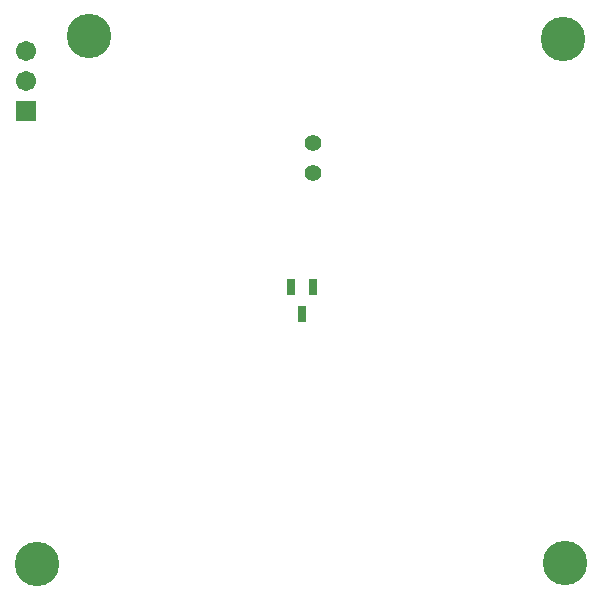
<source format=gts>
G04*
G04 #@! TF.GenerationSoftware,Altium Limited,Altium Designer,21.6.4 (81)*
G04*
G04 Layer_Color=8388736*
%FSLAX25Y25*%
%MOIN*%
G70*
G04*
G04 #@! TF.SameCoordinates,A100BF9E-4997-418F-BECE-E597615EEDA1*
G04*
G04*
G04 #@! TF.FilePolarity,Negative*
G04*
G01*
G75*
%ADD14R,0.03162X0.05328*%
%ADD15C,0.14800*%
%ADD16C,0.05524*%
%ADD17R,0.06706X0.06706*%
%ADD18C,0.06706*%
D14*
X103740Y104429D02*
D03*
X96260D02*
D03*
X100000Y95571D02*
D03*
D15*
X29000Y188000D02*
D03*
X187000Y187000D02*
D03*
X187500Y12500D02*
D03*
X11500Y12000D02*
D03*
D16*
X103500Y152500D02*
D03*
Y142500D02*
D03*
D17*
X8000Y163000D02*
D03*
D18*
Y173000D02*
D03*
Y183000D02*
D03*
M02*

</source>
